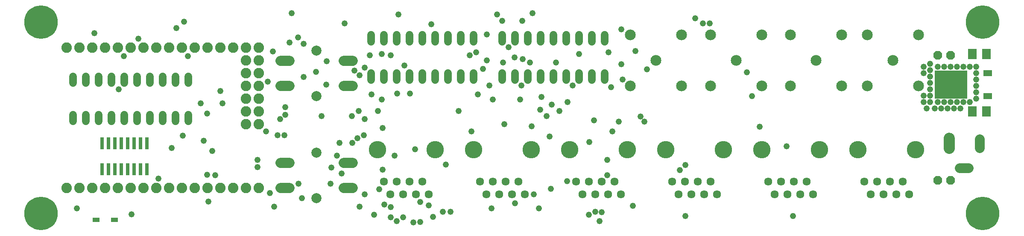
<source format=gbs>
G75*
%MOIN*%
%OFA0B0*%
%FSLAX24Y24*%
%IPPOS*%
%LPD*%
%AMOC8*
5,1,8,0,0,1.08239X$1,22.5*
%
%ADD10C,0.0845*%
%ADD11C,0.0785*%
%ADD12C,0.0790*%
%ADD13R,0.0710X0.0789*%
%ADD14C,0.0600*%
%ADD15C,0.0634*%
%ADD16C,0.1360*%
%ADD17C,0.0780*%
%ADD18C,0.0880*%
%ADD19C,0.0820*%
%ADD20OC8,0.0674*%
%ADD21R,0.2521X0.2206*%
%ADD22R,0.0710X0.0474*%
%ADD23R,0.0316X0.0946*%
%ADD24R,0.0552X0.0356*%
%ADD25C,0.0480*%
%ADD26C,0.2620*%
D10*
X047680Y011680D03*
X051680Y011680D03*
X053930Y011680D03*
X057930Y011680D03*
X060180Y011680D03*
X064180Y011680D03*
X066180Y011680D03*
X070180Y011680D03*
X068180Y013680D03*
X062180Y013680D03*
X055930Y013680D03*
X049680Y013680D03*
X047680Y015680D03*
X051680Y015680D03*
X053930Y015680D03*
X057930Y015680D03*
X060180Y015680D03*
X064180Y015680D03*
X066180Y015680D03*
X070180Y015680D03*
D11*
X025993Y013660D02*
X025288Y013660D01*
X021073Y013660D02*
X020368Y013660D01*
X020368Y011700D02*
X021073Y011700D01*
X025288Y011700D02*
X025993Y011700D01*
X025993Y005660D02*
X025288Y005660D01*
X021073Y005660D02*
X020368Y005660D01*
X020368Y003700D02*
X021073Y003700D01*
X025288Y003700D02*
X025993Y003700D01*
D12*
X023180Y002910D03*
X023180Y006450D03*
X023180Y010910D03*
X023180Y014450D03*
D13*
X074379Y014180D03*
X075481Y014180D03*
X075481Y009680D03*
X074379Y009680D03*
D14*
X045680Y012170D02*
X045680Y012690D01*
X044680Y012690D02*
X044680Y012170D01*
X043680Y012170D02*
X043680Y012690D01*
X042680Y012690D02*
X042680Y012170D01*
X041680Y012170D02*
X041680Y012690D01*
X040680Y012690D02*
X040680Y012170D01*
X039680Y012170D02*
X039680Y012690D01*
X038680Y012690D02*
X038680Y012170D01*
X037680Y012170D02*
X037680Y012690D01*
X035430Y012690D02*
X035430Y012170D01*
X034430Y012170D02*
X034430Y012690D01*
X033430Y012690D02*
X033430Y012170D01*
X032430Y012170D02*
X032430Y012690D01*
X031430Y012690D02*
X031430Y012170D01*
X030430Y012170D02*
X030430Y012690D01*
X029430Y012690D02*
X029430Y012170D01*
X028430Y012170D02*
X028430Y012690D01*
X027430Y012690D02*
X027430Y012170D01*
X027430Y015170D02*
X027430Y015690D01*
X028430Y015690D02*
X028430Y015170D01*
X029430Y015170D02*
X029430Y015690D01*
X030430Y015690D02*
X030430Y015170D01*
X031430Y015170D02*
X031430Y015690D01*
X032430Y015690D02*
X032430Y015170D01*
X033430Y015170D02*
X033430Y015690D01*
X034430Y015690D02*
X034430Y015170D01*
X035430Y015170D02*
X035430Y015690D01*
X037680Y015690D02*
X037680Y015170D01*
X038680Y015170D02*
X038680Y015690D01*
X039680Y015690D02*
X039680Y015170D01*
X040680Y015170D02*
X040680Y015690D01*
X041680Y015690D02*
X041680Y015170D01*
X042680Y015170D02*
X042680Y015690D01*
X043680Y015690D02*
X043680Y015170D01*
X044680Y015170D02*
X044680Y015690D01*
X045680Y015690D02*
X045680Y015170D01*
X013180Y012440D02*
X013180Y011920D01*
X012180Y011920D02*
X012180Y012440D01*
X011180Y012440D02*
X011180Y011920D01*
X010180Y011920D02*
X010180Y012440D01*
X009180Y012440D02*
X009180Y011920D01*
X008180Y011920D02*
X008180Y012440D01*
X007180Y012440D02*
X007180Y011920D01*
X006180Y011920D02*
X006180Y012440D01*
X005180Y012440D02*
X005180Y011920D01*
X004180Y011920D02*
X004180Y012440D01*
X004180Y009440D02*
X004180Y008920D01*
X005180Y008920D02*
X005180Y009440D01*
X006180Y009440D02*
X006180Y008920D01*
X007180Y008920D02*
X007180Y009440D01*
X008180Y009440D02*
X008180Y008920D01*
X009180Y008920D02*
X009180Y009440D01*
X010180Y009440D02*
X010180Y008920D01*
X011180Y008920D02*
X011180Y009440D01*
X012180Y009440D02*
X012180Y008920D01*
X013180Y008920D02*
X013180Y009440D01*
D15*
X028430Y004180D03*
X029430Y004180D03*
X030430Y004180D03*
X031430Y004180D03*
X030930Y003180D03*
X029930Y003180D03*
X028930Y003180D03*
X031930Y003180D03*
X035930Y004180D03*
X036930Y004180D03*
X037930Y004180D03*
X038930Y004180D03*
X038430Y003180D03*
X039430Y003180D03*
X037430Y003180D03*
X036430Y003180D03*
X043430Y004180D03*
X044430Y004180D03*
X045430Y004180D03*
X046430Y004180D03*
X045930Y003180D03*
X044930Y003180D03*
X043930Y003180D03*
X046930Y003180D03*
X050930Y004180D03*
X051930Y004180D03*
X052930Y004180D03*
X053930Y004180D03*
X053430Y003180D03*
X052430Y003180D03*
X051430Y003180D03*
X054430Y003180D03*
X058430Y004180D03*
X059430Y004180D03*
X060430Y004180D03*
X061430Y004180D03*
X060930Y003180D03*
X061930Y003180D03*
X059930Y003180D03*
X058930Y003180D03*
X065930Y004180D03*
X066930Y004180D03*
X067930Y004180D03*
X068930Y004180D03*
X068430Y003180D03*
X067430Y003180D03*
X066430Y003180D03*
X069430Y003180D03*
D16*
X069930Y006680D03*
X065430Y006680D03*
X062430Y006680D03*
X057930Y006680D03*
X054930Y006680D03*
X050430Y006680D03*
X047430Y006680D03*
X042930Y006680D03*
X039930Y006680D03*
X035430Y006680D03*
X032430Y006680D03*
X027930Y006680D03*
D17*
X073379Y005251D02*
X074079Y005251D01*
X074930Y006830D02*
X074930Y007530D01*
D18*
X072568Y007580D02*
X072568Y006780D01*
D19*
X018680Y008680D03*
X017680Y008680D03*
X017680Y009680D03*
X018680Y009680D03*
X018680Y010680D03*
X017680Y010680D03*
X017680Y011680D03*
X018680Y011680D03*
X018680Y012680D03*
X017680Y012680D03*
X017680Y013680D03*
X018680Y013680D03*
X018680Y014680D03*
X017680Y014680D03*
X016680Y014680D03*
X015680Y014680D03*
X014680Y014680D03*
X013680Y014680D03*
X012680Y014680D03*
X011680Y014680D03*
X010680Y014680D03*
X009680Y014680D03*
X008680Y014680D03*
X007680Y014680D03*
X006680Y014680D03*
X005680Y014680D03*
X004680Y014680D03*
X003680Y014680D03*
X003680Y003680D03*
X004680Y003680D03*
X005680Y003680D03*
X006680Y003680D03*
X007680Y003680D03*
X008680Y003680D03*
X009680Y003680D03*
X010680Y003680D03*
X011680Y003680D03*
X012680Y003680D03*
X013680Y003680D03*
X014680Y003680D03*
X015680Y003680D03*
X016680Y003680D03*
X017680Y003680D03*
X018680Y003680D03*
D20*
X071680Y004280D03*
X072680Y004280D03*
X072680Y014080D03*
X071680Y014080D03*
D21*
X072696Y011805D03*
D22*
X075570Y010907D03*
X075570Y012703D03*
D23*
X009930Y007204D03*
X009430Y007204D03*
X008930Y007204D03*
X008430Y007204D03*
X007930Y007204D03*
X007430Y007204D03*
X006930Y007204D03*
X006430Y007204D03*
X006430Y005156D03*
X006930Y005156D03*
X007430Y005156D03*
X007930Y005156D03*
X008430Y005156D03*
X008930Y005156D03*
X009430Y005156D03*
X009930Y005156D03*
D24*
X007408Y001180D03*
X005952Y001180D03*
D25*
X004480Y002080D03*
X008730Y001630D03*
X014730Y002630D03*
X019530Y003280D03*
X022030Y002880D03*
X019880Y002230D03*
X026530Y002230D03*
X027680Y001580D03*
X028980Y001380D03*
X029930Y001380D03*
X029430Y001080D03*
X030730Y000980D03*
X031280Y001030D03*
X032280Y001430D03*
X033030Y001830D03*
X033630Y001830D03*
X031930Y002330D03*
X031280Y002580D03*
X028980Y002180D03*
X028480Y002380D03*
X026930Y003180D03*
X028080Y003580D03*
X024280Y004030D03*
X025130Y004830D03*
X024330Y005280D03*
X024780Y006230D03*
X024980Y007230D03*
X025980Y007230D03*
X026380Y007580D03*
X026880Y007830D03*
X028330Y008380D03*
X026930Y009080D03*
X025930Y009330D03*
X026480Y009730D03*
X027980Y009730D03*
X028280Y010630D03*
X027480Y011030D03*
X029480Y011080D03*
X030480Y011080D03*
X034280Y009730D03*
X036930Y010630D03*
X035780Y011030D03*
X036680Y011730D03*
X039180Y011730D03*
X040730Y010830D03*
X039080Y010630D03*
X040630Y009830D03*
X041530Y010230D03*
X042780Y010430D03*
X042130Y009730D03*
X041130Y009330D03*
X039980Y008530D03*
X037830Y008680D03*
X035280Y008130D03*
X030880Y006730D03*
X029280Y006230D03*
X028330Y005130D03*
X033280Y005530D03*
X040130Y003180D03*
X041480Y003630D03*
X042730Y004230D03*
X045880Y004680D03*
X045880Y005880D03*
X044480Y007280D03*
X041380Y007730D03*
X044830Y008980D03*
X046780Y008880D03*
X046280Y008130D03*
X048780Y008880D03*
X048480Y009280D03*
X046180Y011580D03*
X047080Y012180D03*
X048980Y012980D03*
X046980Y013380D03*
X045980Y014330D03*
X048080Y014430D03*
X043680Y014180D03*
X041880Y013530D03*
X039830Y013530D03*
X039280Y013780D03*
X038630Y013930D03*
X037730Y013530D03*
X036480Y013680D03*
X035130Y014080D03*
X035630Y014330D03*
X038180Y014730D03*
X036480Y015730D03*
X037680Y016780D03*
X037280Y017280D03*
X039230Y016780D03*
X040030Y017380D03*
X046980Y016130D03*
X052730Y016980D03*
X053330Y016580D03*
X053880Y016580D03*
X056780Y012755D03*
X057180Y010880D03*
X057780Y008480D03*
X059880Y006955D03*
X051980Y005480D03*
X051530Y005080D03*
X047880Y002280D03*
X045430Y001780D03*
X044930Y001830D03*
X044430Y001580D03*
X045280Y001080D03*
X040530Y002080D03*
X038680Y002480D03*
X036830Y002080D03*
X051980Y001480D03*
X060380Y001480D03*
X070805Y009930D03*
X071430Y009930D03*
X071930Y009930D03*
X072430Y009930D03*
X072930Y009930D03*
X073430Y009930D03*
X073180Y010430D03*
X072680Y010430D03*
X072180Y010430D03*
X071680Y010430D03*
X071055Y010430D03*
X070555Y010430D03*
X070555Y010930D03*
X071055Y010930D03*
X071055Y011430D03*
X071055Y011930D03*
X071055Y012430D03*
X070555Y012680D03*
X071055Y012930D03*
X070555Y013180D03*
X071055Y013430D03*
X071680Y013180D03*
X072180Y013180D03*
X072680Y013180D03*
X073180Y013180D03*
X073680Y013180D03*
X074180Y013180D03*
X074680Y013180D03*
X074680Y012680D03*
X074680Y012180D03*
X074680Y011680D03*
X074680Y011180D03*
X074680Y010680D03*
X074180Y010430D03*
X073680Y010430D03*
X043180Y011730D03*
X036180Y013030D03*
X030030Y013280D03*
X028980Y014080D03*
X028280Y014180D03*
X027330Y014080D03*
X026930Y013130D03*
X026130Y012880D03*
X026530Y012530D03*
X023930Y011780D03*
X022180Y012380D03*
X023130Y012780D03*
X023980Y013630D03*
X019780Y014380D03*
X021080Y015080D03*
X022180Y014980D03*
X021730Y015480D03*
X025380Y016580D03*
X021230Y017380D03*
X029580Y017280D03*
X032130Y016530D03*
X019380Y012030D03*
X015680Y011280D03*
X015830Y010330D03*
X014130Y010330D03*
X014630Y009530D03*
X019230Y008130D03*
X020130Y007830D03*
X020680Y007830D03*
X020330Y009080D03*
X020730Y009430D03*
X020730Y010030D03*
X023580Y009330D03*
X015030Y006580D03*
X014380Y007380D03*
X012730Y007780D03*
X011880Y006830D03*
X018580Y005880D03*
X018580Y005330D03*
X015280Y004680D03*
X014630Y004730D03*
X010830Y004430D03*
X021780Y004030D03*
X007730Y011430D03*
X008130Y014030D03*
X009280Y015380D03*
X012230Y016230D03*
X012830Y016730D03*
X005830Y015830D03*
X013130Y014030D03*
D26*
X001680Y001680D03*
X001680Y016680D03*
X075180Y016680D03*
X075180Y001680D03*
M02*

</source>
